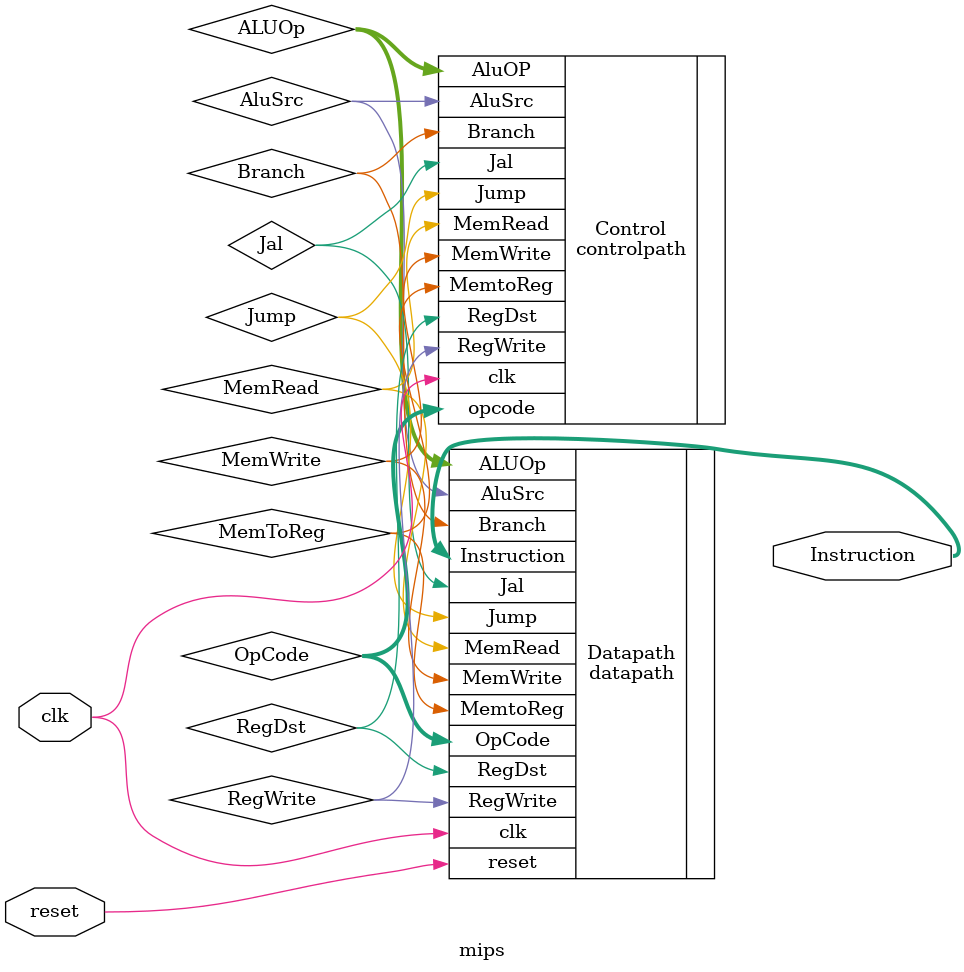
<source format=v>
module mips(
    input clk,
    input reset,
    output [31:0] Instruction
);


wire [5:0] OpCode;
wire [1:0] ALUOp;

wire RegDst;
wire AluSrc;
wire MemToReg;
wire RegWrite;
wire MemRead;
wire MemWrite;
wire Branch;
wire Jump;
wire Jal;


datapath Datapath(.clk(clk),.reset(reset),.RegDst(RegDst),.AluSrc(AluSrc),.MemtoReg(MemToReg),.RegWrite(RegWrite),.MemRead(MemRead),.MemWrite(MemWrite),.Branch(Branch),.Jump(Jump),.Jal(Jal),.ALUOp(ALUOp),.OpCode(OpCode),.Instruction(Instruction));

controlpath Control(.clk(clk),.opcode(OpCode),.RegDst(RegDst),.AluSrc(AluSrc),.MemtoReg(MemToReg),.RegWrite(RegWrite),.MemRead(MemRead),.MemWrite(MemWrite),.Branch(Branch),.Jump(Jump),.Jal(Jal),.AluOP(ALUOp)); 

endmodule
</source>
